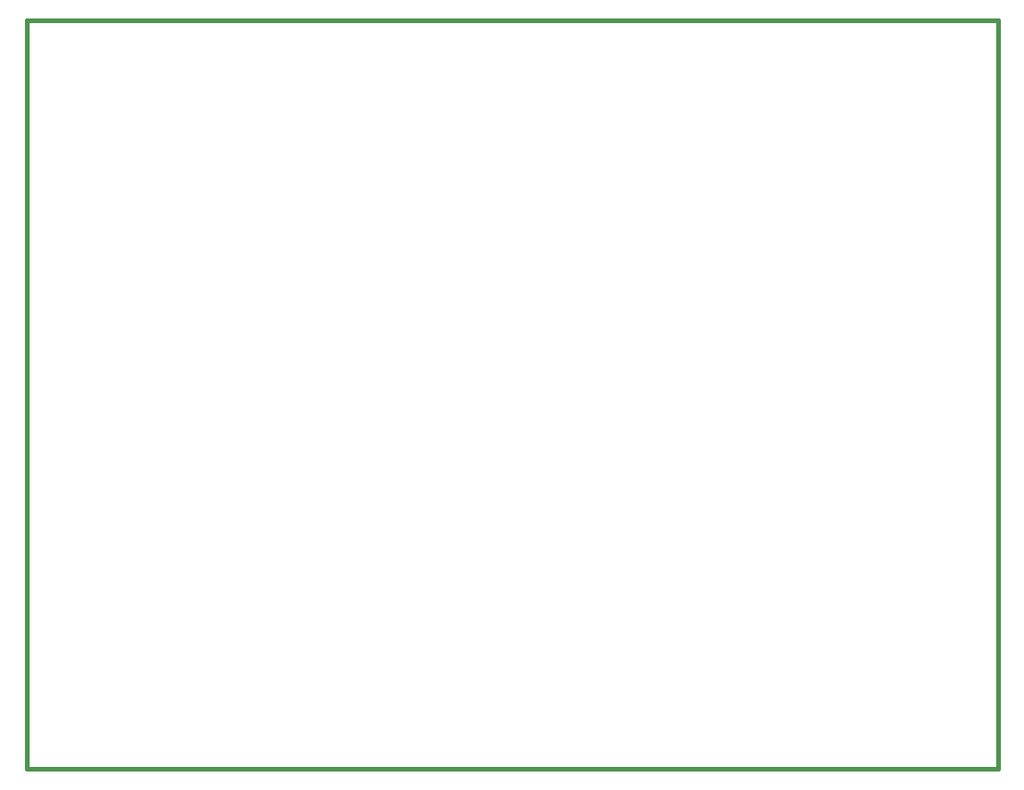
<source format=gbr>
G04 (created by PCBNEW-RS274X (20100228 RC5)-RC5) date 5/15/2012 2:27:03 PM*
G01*
G70*
G90*
%MOIN*%
G04 Gerber Fmt 3.4, Leading zero omitted, Abs format*
%FSLAX34Y34*%
G04 APERTURE LIST*
%ADD10C,0.006000*%
%ADD11C,0.015000*%
G04 APERTURE END LIST*
G54D10*
G54D11*
X44000Y-52500D02*
X44000Y-25500D01*
X79000Y-52500D02*
X44000Y-52500D01*
X79000Y-25500D02*
X79000Y-52500D01*
X44000Y-25500D02*
X79000Y-25500D01*
M02*

</source>
